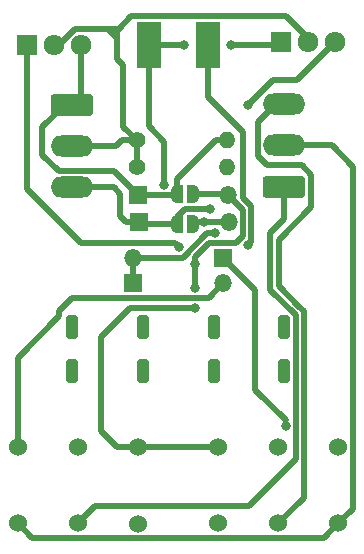
<source format=gbr>
%TF.GenerationSoftware,KiCad,Pcbnew,8.0.8*%
%TF.CreationDate,2025-01-30T22:26:20+01:00*%
%TF.ProjectId,pointMotor,706f696e-744d-46f7-946f-722e6b696361,rev?*%
%TF.SameCoordinates,Original*%
%TF.FileFunction,Copper,L1,Top*%
%TF.FilePolarity,Positive*%
%FSLAX46Y46*%
G04 Gerber Fmt 4.6, Leading zero omitted, Abs format (unit mm)*
G04 Created by KiCad (PCBNEW 8.0.8) date 2025-01-30 22:26:20*
%MOMM*%
%LPD*%
G01*
G04 APERTURE LIST*
G04 Aperture macros list*
%AMRoundRect*
0 Rectangle with rounded corners*
0 $1 Rounding radius*
0 $2 $3 $4 $5 $6 $7 $8 $9 X,Y pos of 4 corners*
0 Add a 4 corners polygon primitive as box body*
4,1,4,$2,$3,$4,$5,$6,$7,$8,$9,$2,$3,0*
0 Add four circle primitives for the rounded corners*
1,1,$1+$1,$2,$3*
1,1,$1+$1,$4,$5*
1,1,$1+$1,$6,$7*
1,1,$1+$1,$8,$9*
0 Add four rect primitives between the rounded corners*
20,1,$1+$1,$2,$3,$4,$5,0*
20,1,$1+$1,$4,$5,$6,$7,0*
20,1,$1+$1,$6,$7,$8,$9,0*
20,1,$1+$1,$8,$9,$2,$3,0*%
%AMFreePoly0*
4,1,19,0.500000,-0.750000,0.000000,-0.750000,0.000000,-0.744911,-0.071157,-0.744911,-0.207708,-0.704816,-0.327430,-0.627875,-0.420627,-0.520320,-0.479746,-0.390866,-0.500000,-0.250000,-0.500000,0.250000,-0.479746,0.390866,-0.420627,0.520320,-0.327430,0.627875,-0.207708,0.704816,-0.071157,0.744911,0.000000,0.744911,0.000000,0.750000,0.500000,0.750000,0.500000,-0.750000,0.500000,-0.750000,
$1*%
%AMFreePoly1*
4,1,19,0.000000,0.744911,0.071157,0.744911,0.207708,0.704816,0.327430,0.627875,0.420627,0.520320,0.479746,0.390866,0.500000,0.250000,0.500000,-0.250000,0.479746,-0.390866,0.420627,-0.520320,0.327430,-0.627875,0.207708,-0.704816,0.071157,-0.744911,0.000000,-0.744911,0.000000,-0.750000,-0.500000,-0.750000,-0.500000,0.750000,0.000000,0.750000,0.000000,0.744911,0.000000,0.744911,
$1*%
G04 Aperture macros list end*
%TA.AperFunction,ComponentPad*%
%ADD10RoundRect,0.250000X-1.550000X0.650000X-1.550000X-0.650000X1.550000X-0.650000X1.550000X0.650000X0*%
%TD*%
%TA.AperFunction,ComponentPad*%
%ADD11O,3.600000X1.800000*%
%TD*%
%TA.AperFunction,SMDPad,CuDef*%
%ADD12FreePoly0,180.000000*%
%TD*%
%TA.AperFunction,SMDPad,CuDef*%
%ADD13FreePoly1,180.000000*%
%TD*%
%TA.AperFunction,ComponentPad*%
%ADD14RoundRect,0.250000X1.550000X-0.650000X1.550000X0.650000X-1.550000X0.650000X-1.550000X-0.650000X0*%
%TD*%
%TA.AperFunction,ComponentPad*%
%ADD15R,1.500000X1.500000*%
%TD*%
%TA.AperFunction,ComponentPad*%
%ADD16O,1.500000X1.500000*%
%TD*%
%TA.AperFunction,ComponentPad*%
%ADD17R,1.710000X1.800000*%
%TD*%
%TA.AperFunction,ComponentPad*%
%ADD18O,1.710000X1.800000*%
%TD*%
%TA.AperFunction,SMDPad,CuDef*%
%ADD19R,2.000000X4.000000*%
%TD*%
%TA.AperFunction,SMDPad,CuDef*%
%ADD20RoundRect,0.250000X-0.250000X-0.750000X0.250000X-0.750000X0.250000X0.750000X-0.250000X0.750000X0*%
%TD*%
%TA.AperFunction,ComponentPad*%
%ADD21C,1.524000*%
%TD*%
%TA.AperFunction,ComponentPad*%
%ADD22C,1.400000*%
%TD*%
%TA.AperFunction,ComponentPad*%
%ADD23O,1.400000X1.400000*%
%TD*%
%TA.AperFunction,ViaPad*%
%ADD24C,0.600000*%
%TD*%
%TA.AperFunction,ViaPad*%
%ADD25C,0.800000*%
%TD*%
%TA.AperFunction,Conductor*%
%ADD26C,0.500000*%
%TD*%
G04 APERTURE END LIST*
D10*
%TO.P,J1,1,Pin_1*%
%TO.N,/coilB*%
X107000000Y-79055000D03*
D11*
%TO.P,J1,2,Pin_2*%
%TO.N,/collector*%
X107000000Y-82555000D03*
%TO.P,J1,3,Pin_3*%
%TO.N,/coilA*%
X107000000Y-86055000D03*
%TD*%
D12*
%TO.P,JP1,1,A*%
%TO.N,/NC*%
X117236000Y-86614000D03*
D13*
%TO.P,JP1,2,B*%
%TO.N,/coilB*%
X115936000Y-86614000D03*
%TD*%
D14*
%TO.P,J101,1,Pin_1*%
%TO.N,/NO1_FROG*%
X125000000Y-86000000D03*
D11*
%TO.P,J101,2,Pin_2*%
%TO.N,/NC_FROQ*%
X125000000Y-82500000D03*
%TO.P,J101,3,Pin_3*%
%TO.N,/NO2_FROG*%
X125000000Y-79000000D03*
%TD*%
D15*
%TO.P,D102,1,K*%
%TO.N,Net-(D102-K)*%
X119815000Y-92000000D03*
D16*
%TO.P,D102,2,A*%
%TO.N,Net-(D101-K)*%
X112195000Y-92000000D03*
%TD*%
D17*
%TO.P,Q2,1,E*%
%TO.N,/motA*%
X124726000Y-73787000D03*
D18*
%TO.P,Q2,2,C*%
%TO.N,/collector*%
X127006000Y-73787000D03*
%TO.P,Q2,3,B*%
%TO.N,/coilA*%
X129286000Y-73787000D03*
%TD*%
D19*
%TO.P,J102,1,Pin_1*%
%TO.N,/motA*%
X113500000Y-74000000D03*
%TO.P,J102,2,Pin_2*%
%TO.N,Net-(D101-K)*%
X118500000Y-74000000D03*
D20*
%TO.P,J102,3*%
%TO.N,N/C*%
X107000000Y-97900000D03*
X107000000Y-101600000D03*
X113000000Y-97900000D03*
X113000000Y-101600000D03*
X119000000Y-97900000D03*
X119000000Y-101600000D03*
X125000000Y-97900000D03*
X125000000Y-101600000D03*
%TD*%
D12*
%TO.P,JP2,1,A*%
%TO.N,/motA*%
X117236000Y-89154000D03*
D13*
%TO.P,JP2,2,B*%
%TO.N,/coilA*%
X115936000Y-89154000D03*
%TD*%
D15*
%TO.P,D1,1,K*%
%TO.N,/coilB*%
X112644000Y-86741000D03*
D16*
%TO.P,D1,2,A*%
%TO.N,/NC*%
X120264000Y-86741000D03*
%TD*%
D21*
%TO.P,SW103,1,A*%
%TO.N,unconnected-(SW103-A-Pad1)*%
X112580000Y-114520000D03*
%TO.P,SW103,2,B*%
%TO.N,/NC_FROQ*%
X102420000Y-114510000D03*
%TO.P,SW103,3,C*%
%TO.N,/NO1_FROG*%
X107500000Y-114510000D03*
%TD*%
D15*
%TO.P,D101,1,K*%
%TO.N,Net-(D101-K)*%
X112185000Y-94189000D03*
D16*
%TO.P,D101,2,A*%
%TO.N,Net-(D101-A)*%
X119805000Y-94189000D03*
%TD*%
D21*
%TO.P,SW102,1,A*%
%TO.N,/NC*%
X119420000Y-108000000D03*
%TO.P,SW102,2,B*%
%TO.N,Net-(D102-K)*%
X129580000Y-108010000D03*
%TO.P,SW102,3,C*%
%TO.N,/NO2*%
X124500000Y-108010000D03*
%TD*%
D22*
%TO.P,R2,1*%
%TO.N,/collector*%
X112522000Y-84328000D03*
D23*
%TO.P,R2,2*%
%TO.N,/coilA*%
X120142000Y-84328000D03*
%TD*%
D21*
%TO.P,SW104,1,A*%
%TO.N,unconnected-(SW104-A-Pad1)*%
X119420000Y-114500000D03*
%TO.P,SW104,2,B*%
%TO.N,/NC_FROQ*%
X129580000Y-114510000D03*
%TO.P,SW104,3,C*%
%TO.N,/NO2_FROG*%
X124500000Y-114510000D03*
%TD*%
D22*
%TO.P,R1,1*%
%TO.N,/collector*%
X112522000Y-82067000D03*
D23*
%TO.P,R1,2*%
%TO.N,/coilB*%
X120142000Y-82067000D03*
%TD*%
D17*
%TO.P,Q1,1,E*%
%TO.N,/NC*%
X103220000Y-74000000D03*
D18*
%TO.P,Q1,2,C*%
%TO.N,/collector*%
X105500000Y-74000000D03*
%TO.P,Q1,3,B*%
%TO.N,/coilB*%
X107780000Y-74000000D03*
%TD*%
D21*
%TO.P,SW101,1,A*%
%TO.N,/NC*%
X112580000Y-108020000D03*
%TO.P,SW101,2,B*%
%TO.N,Net-(D101-A)*%
X102420000Y-108010000D03*
%TO.P,SW101,3,C*%
%TO.N,/NO1*%
X107500000Y-108010000D03*
%TD*%
D15*
%TO.P,D2,1,K*%
%TO.N,/coilA*%
X112685000Y-89000000D03*
D16*
%TO.P,D2,2,A*%
%TO.N,/motA*%
X120305000Y-89000000D03*
%TD*%
D24*
%TO.N,*%
X119000000Y-97409000D03*
X107000000Y-101192000D03*
X125000000Y-101192000D03*
X124968000Y-98325000D03*
X106968000Y-102108000D03*
X113000000Y-101192000D03*
X112968000Y-102108000D03*
X113000000Y-97409000D03*
X106968000Y-98325000D03*
X119000000Y-101192000D03*
X125000000Y-97409000D03*
X118968000Y-102108000D03*
X112968000Y-98325000D03*
X107000000Y-97409000D03*
X124968000Y-102108000D03*
X118968000Y-98325000D03*
D25*
%TO.N,Net-(D101-K)*%
X119126000Y-89916000D03*
X121949541Y-90961541D03*
%TO.N,Net-(D102-K)*%
X125100000Y-106301000D03*
%TO.N,/NC*%
X116066459Y-91138459D03*
X117475000Y-96239000D03*
X117475000Y-92583000D03*
X117475000Y-94539000D03*
%TO.N,/coilA*%
X118745000Y-87884000D03*
X121920000Y-79121000D03*
%TO.N,/motA*%
X116500000Y-74000000D03*
X114826022Y-85891000D03*
X118237000Y-89000000D03*
X120500000Y-74000000D03*
%TD*%
D26*
%TO.N,Net-(D101-K)*%
X121464000Y-81332000D02*
X118500000Y-78368000D01*
X121949541Y-90961541D02*
X122205000Y-90706082D01*
X122205000Y-87661000D02*
X121464000Y-86920000D01*
X119126000Y-89916000D02*
X118491000Y-89916000D01*
X118491000Y-89916000D02*
X116407000Y-92000000D01*
X112185000Y-92010000D02*
X112195000Y-92000000D01*
X122205000Y-90706082D02*
X122205000Y-87661000D01*
X116407000Y-92000000D02*
X112195000Y-92000000D01*
X121464000Y-86920000D02*
X121464000Y-81332000D01*
X118500000Y-78368000D02*
X118500000Y-74000000D01*
X112185000Y-94189000D02*
X112185000Y-92010000D01*
%TO.N,Net-(D101-A)*%
X118605000Y-95389000D02*
X119805000Y-94189000D01*
X107049000Y-95389000D02*
X118605000Y-95389000D01*
X102420000Y-100483122D02*
X105918000Y-96985122D01*
X105918000Y-96985122D02*
X105918000Y-96520000D01*
X105918000Y-96520000D02*
X107049000Y-95389000D01*
X102420000Y-107500000D02*
X102420000Y-100483122D01*
%TO.N,Net-(D102-K)*%
X122550000Y-94735000D02*
X122550000Y-103241000D01*
X119815000Y-92000000D02*
X122550000Y-94735000D01*
X122550000Y-103241000D02*
X125100000Y-105791000D01*
%TO.N,/NO1_FROG*%
X109000000Y-113010000D02*
X122000000Y-113010000D01*
X107500000Y-114510000D02*
X109000000Y-113010000D01*
X122000000Y-113010000D02*
X125950000Y-109060000D01*
X123825000Y-94728122D02*
X123825000Y-89916000D01*
X125950000Y-96853122D02*
X123825000Y-94728122D01*
X125000000Y-88741000D02*
X125000000Y-86000000D01*
X123825000Y-89916000D02*
X125000000Y-88741000D01*
X125950000Y-109060000D02*
X125950000Y-96853122D01*
%TO.N,/NO2_FROG*%
X126239949Y-96153122D02*
X124525000Y-94438173D01*
X122750000Y-83404594D02*
X122750000Y-80500000D01*
X126650000Y-96563172D02*
X126239949Y-96153122D01*
X124525000Y-94438173D02*
X124525000Y-90475000D01*
X126650000Y-112360000D02*
X126650000Y-96563172D01*
X127250000Y-85000000D02*
X126451000Y-84201000D01*
X122750000Y-80500000D02*
X124250000Y-79000000D01*
X124500000Y-114510000D02*
X126650000Y-112360000D01*
X126451000Y-84201000D02*
X123546406Y-84201000D01*
X127250000Y-87750000D02*
X127250000Y-85000000D01*
X124525000Y-90475000D02*
X127250000Y-87750000D01*
X123546406Y-84201000D02*
X122750000Y-83404594D01*
X124250000Y-79000000D02*
X125000000Y-79000000D01*
%TO.N,/NC_FROQ*%
X128358000Y-115732000D02*
X103642000Y-115732000D01*
X130792000Y-84292000D02*
X129000000Y-82500000D01*
X129580000Y-114510000D02*
X128358000Y-115732000D01*
X103642000Y-115732000D02*
X102420000Y-114510000D01*
X129580000Y-114510000D02*
X130792000Y-113298000D01*
X130792000Y-113298000D02*
X130792000Y-84292000D01*
X129000000Y-82500000D02*
X125000000Y-82500000D01*
%TO.N,/NC*%
X120904000Y-90805000D02*
X121505000Y-90204000D01*
X117475000Y-96239000D02*
X111914000Y-96239000D01*
X117475000Y-92583000D02*
X117475000Y-91940000D01*
X117236000Y-86614000D02*
X120137000Y-86614000D01*
X103220000Y-86220000D02*
X107800000Y-90800000D01*
X111914000Y-96239000D02*
X109450000Y-98703000D01*
X120899000Y-90800000D02*
X120904000Y-90805000D01*
X107800000Y-90800000D02*
X115728000Y-90800000D01*
X117475000Y-91940000D02*
X118615000Y-90800000D01*
X115728000Y-90800000D02*
X116066459Y-91138459D01*
X121505000Y-87982000D02*
X120264000Y-86741000D01*
X110812000Y-108020000D02*
X112580000Y-108020000D01*
X109450000Y-106658000D02*
X110812000Y-108020000D01*
X119400000Y-108020000D02*
X119420000Y-108000000D01*
X103220000Y-74000000D02*
X103220000Y-86220000D01*
X121505000Y-90204000D02*
X121505000Y-87982000D01*
X117475000Y-94539000D02*
X117475000Y-92583000D01*
X120137000Y-86614000D02*
X120264000Y-86741000D01*
X118615000Y-90800000D02*
X120899000Y-90800000D01*
X112580000Y-108020000D02*
X119400000Y-108020000D01*
X109450000Y-98703000D02*
X109450000Y-106658000D01*
%TO.N,/coilB*%
X104521000Y-83312000D02*
X105914000Y-84705000D01*
X104521000Y-80943000D02*
X104521000Y-83312000D01*
X115936000Y-85359000D02*
X119228000Y-82067000D01*
X110608000Y-84705000D02*
X112644000Y-86741000D01*
X107780000Y-78275000D02*
X107000000Y-79055000D01*
X119228000Y-82067000D02*
X120142000Y-82067000D01*
X115809000Y-86741000D02*
X115936000Y-86614000D01*
X107000000Y-79055000D02*
X106409000Y-79055000D01*
X115936000Y-86614000D02*
X115936000Y-85359000D01*
X112644000Y-86741000D02*
X115809000Y-86741000D01*
X106409000Y-79055000D02*
X104521000Y-80943000D01*
X105914000Y-84705000D02*
X110608000Y-84705000D01*
X107780000Y-74000000D02*
X107780000Y-78275000D01*
%TO.N,/coilA*%
X111125000Y-88519000D02*
X111125000Y-86614000D01*
X112839000Y-89154000D02*
X112685000Y-89000000D01*
X126111000Y-76962000D02*
X129286000Y-73787000D01*
X115936000Y-88560531D02*
X116612531Y-87884000D01*
X121920000Y-79121000D02*
X124079000Y-76962000D01*
X124079000Y-76962000D02*
X126111000Y-76962000D01*
X116612531Y-87884000D02*
X118745000Y-87884000D01*
X110566000Y-86055000D02*
X107000000Y-86055000D01*
X111125000Y-86614000D02*
X110566000Y-86055000D01*
X115936000Y-89154000D02*
X115936000Y-88560531D01*
X111606000Y-89000000D02*
X111125000Y-88519000D01*
X112685000Y-89000000D02*
X111606000Y-89000000D01*
X115936000Y-89154000D02*
X112839000Y-89154000D01*
%TO.N,/motA*%
X118237000Y-89000000D02*
X117390000Y-89000000D01*
X124513000Y-74000000D02*
X124726000Y-73787000D01*
X117390000Y-89000000D02*
X117236000Y-89154000D01*
X120500000Y-74000000D02*
X124513000Y-74000000D01*
X114826022Y-85891000D02*
X114826022Y-82187022D01*
X114826022Y-82187022D02*
X113500000Y-80861000D01*
X120305000Y-89000000D02*
X118237000Y-89000000D01*
X113500000Y-74000000D02*
X116500000Y-74000000D01*
X113500000Y-80861000D02*
X113500000Y-74000000D01*
%TO.N,/collector*%
X110989774Y-72610226D02*
X112050000Y-71550000D01*
X108320549Y-72650000D02*
X110950000Y-72650000D01*
X110862774Y-73427500D02*
X110862774Y-72737226D01*
X107000000Y-82555000D02*
X110739000Y-82555000D01*
X111379000Y-75708451D02*
X111379000Y-76581000D01*
X110862774Y-73427500D02*
X110862774Y-75192226D01*
X111379000Y-76581000D02*
X111379000Y-75721000D01*
X111379000Y-76581000D02*
X111379000Y-80924000D01*
X110739000Y-82555000D02*
X111227000Y-82067000D01*
X110950000Y-72650000D02*
X110989774Y-72610226D01*
X112050000Y-71550000D02*
X125144000Y-71550000D01*
X110085274Y-72650000D02*
X110862774Y-73427500D01*
X105889451Y-74000000D02*
X107239451Y-72650000D01*
X108320549Y-72650000D02*
X110085274Y-72650000D01*
X111227000Y-82067000D02*
X112522000Y-82067000D01*
X110862774Y-75192226D02*
X110989774Y-75319226D01*
X127006000Y-73412000D02*
X127006000Y-73787000D01*
X112522000Y-84328000D02*
X112522000Y-82067000D01*
X110862774Y-75192226D02*
X111379000Y-75708451D01*
X125144000Y-71550000D02*
X127006000Y-73412000D01*
X111379000Y-80924000D02*
X112522000Y-82067000D01*
X110862774Y-72737226D02*
X110989774Y-72610226D01*
X105500000Y-74000000D02*
X105889451Y-74000000D01*
X107239451Y-72650000D02*
X108320549Y-72650000D01*
%TD*%
M02*

</source>
